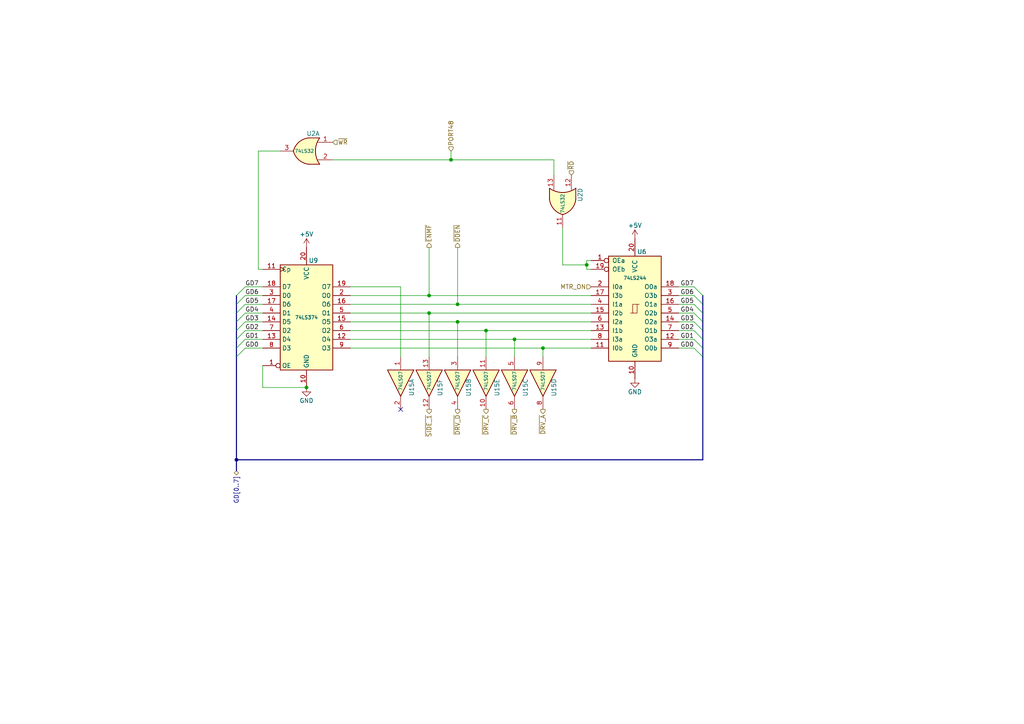
<source format=kicad_sch>
(kicad_sch (version 20230121) (generator eeschema)
  (paper "A4")
  (title_block (title "Sorcerer Dream Disk") (date "2023-12-16") (rev "1.0") (company "Marcel Erz (RetroStack), John Halkiadakis, Michael Borthwick (Exidyboy)") (comment 2 "Reads/Writes gated data when Port 48 is addressed") (comment 4 "Drive Select"))
  (lib_symbols
    (symbol "74xx:74LS07" (pin_names (offset 1.016))
      (property "Reference" "U" (at 0 1.27 0))
      (property "Value" "74LS07" (at 0 -1.27 0))
      (symbol "74LS07_1_0"
        (polyline (pts (xy -3.81 3.81) (xy -3.81 -3.81) (xy 3.81 0) (xy -3.81 3.81)) (stroke (width 0.254)) (fill (type background)))
        (pin input line (at -7.62 0 0) (length 3.81) (name "~") (number "1"))
        (pin open_collector line (at 7.62 0 180) (length 3.81) (name "~") (number "2"))
      )
      (symbol "74LS07_2_0"
        (polyline (pts (xy -3.81 3.81) (xy -3.81 -3.81) (xy 3.81 0) (xy -3.81 3.81)) (stroke (width 0.254)) (fill (type background)))
        (pin input line (at -7.62 0 0) (length 3.81) (name "~") (number "3"))
        (pin open_collector line (at 7.62 0 180) (length 3.81) (name "~") (number "4"))
      )
      (symbol "74LS07_3_0"
        (polyline (pts (xy -3.81 3.81) (xy -3.81 -3.81) (xy 3.81 0) (xy -3.81 3.81)) (stroke (width 0.254)) (fill (type background)))
        (pin input line (at -7.62 0 0) (length 3.81) (name "~") (number "5"))
        (pin open_collector line (at 7.62 0 180) (length 3.81) (name "~") (number "6"))
      )
      (symbol "74LS07_4_0"
        (polyline (pts (xy -3.81 3.81) (xy -3.81 -3.81) (xy 3.81 0) (xy -3.81 3.81)) (stroke (width 0.254)) (fill (type background)))
        (pin open_collector line (at 7.62 0 180) (length 3.81) (name "~") (number "8"))
        (pin input line (at -7.62 0 0) (length 3.81) (name "~") (number "9"))
      )
      (symbol "74LS07_5_0"
        (polyline (pts (xy -3.81 3.81) (xy -3.81 -3.81) (xy 3.81 0) (xy -3.81 3.81)) (stroke (width 0.254)) (fill (type background)))
        (pin open_collector line (at 7.62 0 180) (length 3.81) (name "~") (number "10"))
        (pin input line (at -7.62 0 0) (length 3.81) (name "~") (number "11"))
      )
      (symbol "74LS07_6_0"
        (polyline (pts (xy -3.81 3.81) (xy -3.81 -3.81) (xy 3.81 0) (xy -3.81 3.81)) (stroke (width 0.254)) (fill (type background)))
        (pin open_collector line (at 7.62 0 180) (length 3.81) (name "~") (number "12"))
        (pin input line (at -7.62 0 0) (length 3.81) (name "~") (number "13"))
      )
      (symbol "74LS07_7_0"
        (pin power_in line (at 0 12.7 270) (length 5.08) (name "VCC") (number "14"))
        (pin power_in line (at 0 -12.7 90) (length 5.08) (name "GND") (number "7"))
      )
      (symbol "74LS07_7_1"
        (rectangle (start -5.08 7.62) (end 5.08 -7.62) (stroke (width 0.254)) (fill (type background)))
      )
    )
    (symbol "74xx:74LS244" (pin_names (offset 1.016))
      (property "Reference" "U6" (at 0.635 16.51 0))
      (property "Value" "74LS244" (at 0 8.89 0))
      (symbol "74LS244_1_0"
        (polyline (pts (xy -0.635 -1.27) (xy -0.635 1.27) (xy 0.635 1.27)))
        (polyline (pts (xy -1.27 -1.27) (xy 0.635 -1.27) (xy 0.635 1.27) (xy 1.27 1.27)))
        (pin input inverted (at -12.7 13.97 0) (length 5.08) (name "OEa") (number "1"))
        (pin power_in line (at 0 -20.32 90) (length 5.08) (name "GND") (number "10"))
        (pin input line (at -12.7 -11.43 0) (length 5.08) (name "I0b") (number "11"))
        (pin tri_state line (at 12.7 -8.89 180) (length 5.08) (name "O3a") (number "12"))
        (pin input line (at -12.7 -6.35 0) (length 5.08) (name "I1b") (number "13"))
        (pin tri_state line (at 12.7 -3.81 180) (length 5.08) (name "O2a") (number "14"))
        (pin input line (at -12.7 -1.27 0) (length 5.08) (name "I2b") (number "15"))
        (pin tri_state line (at 12.7 1.27 180) (length 5.08) (name "O1a") (number "16"))
        (pin input line (at -12.7 3.81 0) (length 5.08) (name "I3b") (number "17"))
        (pin tri_state line (at 12.7 6.35 180) (length 5.08) (name "O0a") (number "18"))
        (pin input inverted (at -12.7 11.43 0) (length 5.08) (name "OEb") (number "19"))
        (pin input line (at -12.7 6.35 0) (length 5.08) (name "I0a") (number "2"))
        (pin power_in line (at 0 20.32 270) (length 5.08) (name "VCC") (number "20"))
        (pin tri_state line (at 12.7 3.81 180) (length 5.08) (name "O3b") (number "3"))
        (pin input line (at -12.7 1.27 0) (length 5.08) (name "I1a") (number "4"))
        (pin tri_state line (at 12.7 -1.27 180) (length 5.08) (name "O2b") (number "5"))
        (pin input line (at -12.7 -3.81 0) (length 5.08) (name "I2a") (number "6"))
        (pin tri_state line (at 12.7 -6.35 180) (length 5.08) (name "O1b") (number "7"))
        (pin input line (at -12.7 -8.89 0) (length 5.08) (name "I3a") (number "8"))
        (pin tri_state line (at 12.7 -11.43 180) (length 5.08) (name "O0b") (number "9"))
      )
      (symbol "74LS244_1_1"
        (rectangle (start -7.62 15.24) (end 7.62 -15.24) (stroke (width 0.254)) (fill (type background)))
      )
    )
    (symbol "74xx:74LS32" (pin_names (offset 1.016))
      (property "Reference" "U" (at 0 1.27 0))
      (property "Value" "74LS32" (at 0 -1.27 0))
      (symbol "74LS32_1_1"
        (arc (start -3.81 -3.81) (mid -2.589 0) (end -3.81 3.81) (stroke (width 0.254)))
        (arc (start -0.6096 -3.81) (mid 2.1842 -2.5851) (end 3.81 0) (stroke (width 0.254)) (fill (type background)))
        (polyline (pts (xy -3.81 -3.81) (xy -0.635 -3.81)) (stroke (width 0.254)) (fill (type background)))
        (polyline (pts (xy -3.81 3.81) (xy -0.635 3.81)) (stroke (width 0.254)) (fill (type background)))
        (polyline (pts (xy -0.635 3.81) (xy -3.81 3.81) (xy -3.81 3.81) (xy -3.556 3.4036) (xy -3.0226 2.2606) (xy -2.6924 1.0414) (xy -2.6162 -0.254) (xy -2.7686 -1.4986) (xy -3.175 -2.7178) (xy -3.81 -3.81) (xy -3.81 -3.81) (xy -0.635 -3.81)) (stroke (width -25.4)) (fill (type background)))
        (arc (start 3.81 0) (mid 2.1915 2.5936) (end -0.6096 3.81) (stroke (width 0.254)) (fill (type background)))
        (pin input line (at -7.62 2.54 0) (length 4.318) (name "~") (number "1"))
        (pin input line (at -7.62 -2.54 0) (length 4.318) (name "~") (number "2"))
        (pin output line (at 7.62 0 180) (length 3.81) (name "~") (number "3"))
      )
      (symbol "74LS32_1_2"
        (arc (start 0 -3.81) (mid 3.7934 0) (end 0 3.81) (stroke (width 0.254)) (fill (type background)))
        (polyline (pts (xy 0 3.81) (xy -3.81 3.81) (xy -3.81 -3.81) (xy 0 -3.81)) (stroke (width 0.254)) (fill (type background)))
        (pin input inverted (at -7.62 2.54 0) (length 3.81) (name "~") (number "1"))
        (pin input inverted (at -7.62 -2.54 0) (length 3.81) (name "~") (number "2"))
        (pin output inverted (at 7.62 0 180) (length 3.81) (name "~") (number "3"))
      )
      (symbol "74LS32_2_1"
        (arc (start -3.81 -3.81) (mid -2.589 0) (end -3.81 3.81) (stroke (width 0.254)))
        (arc (start -0.6096 -3.81) (mid 2.1842 -2.5851) (end 3.81 0) (stroke (width 0.254)) (fill (type background)))
        (polyline (pts (xy -3.81 -3.81) (xy -0.635 -3.81)) (stroke (width 0.254)) (fill (type background)))
        (polyline (pts (xy -3.81 3.81) (xy -0.635 3.81)) (stroke (width 0.254)) (fill (type background)))
        (polyline (pts (xy -0.635 3.81) (xy -3.81 3.81) (xy -3.81 3.81) (xy -3.556 3.4036) (xy -3.0226 2.2606) (xy -2.6924 1.0414) (xy -2.6162 -0.254) (xy -2.7686 -1.4986) (xy -3.175 -2.7178) (xy -3.81 -3.81) (xy -3.81 -3.81) (xy -0.635 -3.81)) (stroke (width -25.4)) (fill (type background)))
        (arc (start 3.81 0) (mid 2.1915 2.5936) (end -0.6096 3.81) (stroke (width 0.254)) (fill (type background)))
        (pin input line (at -7.62 2.54 0) (length 4.318) (name "~") (number "4"))
        (pin input line (at -7.62 -2.54 0) (length 4.318) (name "~") (number "5"))
        (pin output line (at 7.62 0 180) (length 3.81) (name "~") (number "6"))
      )
      (symbol "74LS32_2_2"
        (arc (start 0 -3.81) (mid 3.7934 0) (end 0 3.81) (stroke (width 0.254)) (fill (type background)))
        (polyline (pts (xy 0 3.81) (xy -3.81 3.81) (xy -3.81 -3.81) (xy 0 -3.81)) (stroke (width 0.254)) (fill (type background)))
        (pin input inverted (at -7.62 2.54 0) (length 3.81) (name "~") (number "4"))
        (pin input inverted (at -7.62 -2.54 0) (length 3.81) (name "~") (number "5"))
        (pin output inverted (at 7.62 0 180) (length 3.81) (name "~") (number "6"))
      )
      (symbol "74LS32_3_1"
        (arc (start -3.81 -3.81) (mid -2.589 0) (end -3.81 3.81) (stroke (width 0.254)))
        (arc (start -0.6096 -3.81) (mid 2.1842 -2.5851) (end 3.81 0) (stroke (width 0.254)) (fill (type background)))
        (polyline (pts (xy -3.81 -3.81) (xy -0.635 -3.81)) (stroke (width 0.254)) (fill (type background)))
        (polyline (pts (xy -3.81 3.81) (xy -0.635 3.81)) (stroke (width 0.254)) (fill (type background)))
        (polyline (pts (xy -0.635 3.81) (xy -3.81 3.81) (xy -3.81 3.81) (xy -3.556 3.4036) (xy -3.0226 2.2606) (xy -2.6924 1.0414) (xy -2.6162 -0.254) (xy -2.7686 -1.4986) (xy -3.175 -2.7178) (xy -3.81 -3.81) (xy -3.81 -3.81) (xy -0.635 -3.81)) (stroke (width -25.4)) (fill (type background)))
        (arc (start 3.81 0) (mid 2.1915 2.5936) (end -0.6096 3.81) (stroke (width 0.254)) (fill (type background)))
        (pin input line (at -7.62 -2.54 0) (length 4.318) (name "~") (number "10"))
        (pin output line (at 7.62 0 180) (length 3.81) (name "~") (number "8"))
        (pin input line (at -7.62 2.54 0) (length 4.318) (name "~") (number "9"))
      )
      (symbol "74LS32_3_2"
        (arc (start 0 -3.81) (mid 3.7934 0) (end 0 3.81) (stroke (width 0.254)) (fill (type background)))
        (polyline (pts (xy 0 3.81) (xy -3.81 3.81) (xy -3.81 -3.81) (xy 0 -3.81)) (stroke (width 0.254)) (fill (type background)))
        (pin input inverted (at -7.62 -2.54 0) (length 3.81) (name "~") (number "10"))
        (pin output inverted (at 7.62 0 180) (length 3.81) (name "~") (number "8"))
        (pin input inverted (at -7.62 2.54 0) (length 3.81) (name "~") (number "9"))
      )
      (symbol "74LS32_4_1"
        (arc (start -3.81 -3.81) (mid -2.589 0) (end -3.81 3.81) (stroke (width 0.254)))
        (arc (start -0.6096 -3.81) (mid 2.1842 -2.5851) (end 3.81 0) (stroke (width 0.254)) (fill (type background)))
        (polyline (pts (xy -3.81 -3.81) (xy -0.635 -3.81)) (stroke (width 0.254)) (fill (type background)))
        (polyline (pts (xy -3.81 3.81) (xy -0.635 3.81)) (stroke (width 0.254)) (fill (type background)))
        (polyline (pts (xy -0.635 3.81) (xy -3.81 3.81) (xy -3.81 3.81) (xy -3.556 3.4036) (xy -3.0226 2.2606) (xy -2.6924 1.0414) (xy -2.6162 -0.254) (xy -2.7686 -1.4986) (xy -3.175 -2.7178) (xy -3.81 -3.81) (xy -3.81 -3.81) (xy -0.635 -3.81)) (stroke (width -25.4)) (fill (type background)))
        (arc (start 3.81 0) (mid 2.1915 2.5936) (end -0.6096 3.81) (stroke (width 0.254)) (fill (type background)))
        (pin output line (at 7.62 0 180) (length 3.81) (name "~") (number "11"))
        (pin input line (at -7.62 2.54 0) (length 4.318) (name "~") (number "12"))
        (pin input line (at -7.62 -2.54 0) (length 4.318) (name "~") (number "13"))
      )
      (symbol "74LS32_4_2"
        (arc (start 0 -3.81) (mid 3.7934 0) (end 0 3.81) (stroke (width 0.254)) (fill (type background)))
        (polyline (pts (xy 0 3.81) (xy -3.81 3.81) (xy -3.81 -3.81) (xy 0 -3.81)) (stroke (width 0.254)) (fill (type background)))
        (pin output inverted (at 7.62 0 180) (length 3.81) (name "~") (number "11"))
        (pin input inverted (at -7.62 2.54 0) (length 3.81) (name "~") (number "12"))
        (pin input inverted (at -7.62 -2.54 0) (length 3.81) (name "~") (number "13"))
      )
      (symbol "74LS32_5_0"
        (pin power_in line (at 0 12.7 270) (length 5.08) (name "VCC") (number "14"))
        (pin power_in line (at 0 -12.7 90) (length 5.08) (name "GND") (number "7"))
      )
      (symbol "74LS32_5_1"
        (rectangle (start -5.08 7.62) (end 5.08 -7.62) (stroke (width 0.254)) (fill (type background)))
      )
    )
    (symbol "74xx:74LS374"
      (property "Reference" "U9" (at 0.635 16.51 0))
      (property "Value" "74LS374" (at 0 0 0))
      (symbol "74LS374_1_0"
        (pin input inverted (at -12.7 -13.97 0) (length 5.08) (name "OE") (number "1"))
        (pin power_in line (at 0 -20.32 90) (length 5.08) (name "GND") (number "10"))
        (pin input clock (at -12.7 13.97 0) (length 5.08) (name "Cp") (number "11"))
        (pin tri_state line (at 12.7 -6.35 180) (length 5.08) (name "O4") (number "12"))
        (pin input line (at -12.7 -6.35 0) (length 5.08) (name "D4") (number "13"))
        (pin input line (at -12.7 -1.27 0) (length 5.08) (name "D5") (number "14"))
        (pin tri_state line (at 12.7 -1.27 180) (length 5.08) (name "O5") (number "15"))
        (pin tri_state line (at 12.7 3.81 180) (length 5.08) (name "O6") (number "16"))
        (pin input line (at -12.7 3.81 0) (length 5.08) (name "D6") (number "17"))
        (pin input line (at -12.7 8.89 0) (length 5.08) (name "D7") (number "18"))
        (pin tri_state line (at 12.7 8.89 180) (length 5.08) (name "O7") (number "19"))
        (pin tri_state line (at 12.7 6.35 180) (length 5.08) (name "O0") (number "2"))
        (pin power_in line (at 0 20.32 270) (length 5.08) (name "VCC") (number "20"))
        (pin input line (at -12.7 6.35 0) (length 5.08) (name "D0") (number "3"))
        (pin input line (at -12.7 1.27 0) (length 5.08) (name "D1") (number "4"))
        (pin tri_state line (at 12.7 1.27 180) (length 5.08) (name "O1") (number "5"))
        (pin tri_state line (at 12.7 -3.81 180) (length 5.08) (name "O2") (number "6"))
        (pin input line (at -12.7 -3.81 0) (length 5.08) (name "D2") (number "7"))
        (pin input line (at -12.7 -8.89 0) (length 5.08) (name "D3") (number "8"))
        (pin tri_state line (at 12.7 -8.89 180) (length 5.08) (name "O3") (number "9"))
      )
      (symbol "74LS374_1_1"
        (rectangle (start -7.62 15.24) (end 7.62 -15.24) (stroke (width 0.254)) (fill (type background)))
      )
    )
    (symbol "power:+5V" (power) (pin_names (offset 0))
      (property "Value" "+5V" (at 0 3.556 0))
      (symbol "+5V_0_1"
        (polyline (pts (xy -0.762 1.27) (xy 0 2.54)))
        (polyline (pts (xy 0 0) (xy 0 2.54)))
        (polyline (pts (xy 0 2.54) (xy 0.762 1.27)))
      )
      (symbol "+5V_1_1"
        (pin power_in line (at 0 0 90) (length 0) hide (name "+5V") (number "1"))
      )
    )
    (symbol "power:GND" (power) (pin_names (offset 0))
      (property "Value" "GND" (at 0 -3.81 0))
      (symbol "GND_0_1"
        (polyline (pts (xy 0 0) (xy 0 -1.27) (xy 1.27 -1.27) (xy 0 -2.54) (xy -1.27 -1.27) (xy 0 -1.27)))
      )
      (symbol "GND_1_1"
        (pin power_in line (at 0 0 270) (length 0) hide (name "GND") (number "1"))
      )
    )
  )
  (junction (at 68.58 133.35))
  (junction (at 130.81 46.355))
  (junction (at 157.48 100.965))
  (junction (at 124.46 90.805))
  (junction (at 132.715 93.345))
  (junction (at 149.225 98.425))
  (junction (at 170.18 76.835))
  (junction (at 88.9 112.395))
  (junction (at 140.97 95.885))
  (junction (at 124.46 85.725))
  (junction (at 132.715 88.265))
  (no_connect (at 116.205 118.745))
  (bus_entry (at 201.295 88.265) (size 2.54 2.54))
  (bus_entry (at 201.295 90.805) (size 2.54 2.54))
  (bus_entry (at 201.295 95.885) (size 2.54 2.54))
  (bus_entry (at 71.12 85.725) (size -2.54 2.54))
  (bus_entry (at 71.12 100.965) (size -2.54 2.54))
  (bus_entry (at 201.295 93.345) (size 2.54 2.54))
  (bus_entry (at 71.12 90.805) (size -2.54 2.54))
  (bus_entry (at 71.12 88.265) (size -2.54 2.54))
  (bus_entry (at 71.12 98.425) (size -2.54 2.54))
  (bus_entry (at 201.295 98.425) (size 2.54 2.54))
  (bus_entry (at 201.295 100.965) (size 2.54 2.54))
  (bus_entry (at 201.295 83.185) (size 2.54 2.54))
  (bus_entry (at 71.12 93.345) (size -2.54 2.54))
  (bus_entry (at 71.12 83.185) (size -2.54 2.54))
  (bus_entry (at 71.12 95.885) (size -2.54 2.54))
  (bus_entry (at 201.295 85.725) (size 2.54 2.54))
  (wire (pts (xy 101.6 98.425) (xy 149.225 98.425)))
  (bus (pts (xy 203.835 103.505) (xy 203.835 133.35)))
  (bus (pts (xy 203.835 133.35) (xy 68.58 133.35)))
  (wire (pts (xy 116.205 83.185) (xy 101.6 83.185)))
  (wire (pts (xy 163.195 76.835) (xy 170.18 76.835)))
  (bus (pts (xy 68.58 93.345) (xy 68.58 95.885)))
  (bus (pts (xy 68.58 88.265) (xy 68.58 90.805)))
  (wire (pts (xy 170.18 78.105) (xy 170.18 76.835)))
  (wire (pts (xy 196.85 83.185) (xy 201.295 83.185)))
  (wire (pts (xy 96.52 46.355) (xy 130.81 46.355)))
  (bus (pts (xy 203.835 88.265) (xy 203.835 90.805)))
  (wire (pts (xy 163.195 66.04) (xy 163.195 76.835)))
  (wire (pts (xy 196.85 100.965) (xy 201.295 100.965)))
  (wire (pts (xy 140.97 95.885) (xy 171.45 95.885)))
  (bus (pts (xy 203.835 100.965) (xy 203.835 103.505)))
  (wire (pts (xy 196.85 88.265) (xy 201.295 88.265)))
  (wire (pts (xy 116.205 103.505) (xy 116.205 83.185)))
  (wire (pts (xy 196.85 95.885) (xy 201.295 95.885)))
  (wire (pts (xy 76.2 112.395) (xy 88.9 112.395)))
  (bus (pts (xy 203.835 95.885) (xy 203.835 98.425)))
  (bus (pts (xy 68.58 98.425) (xy 68.58 100.965)))
  (bus (pts (xy 68.58 133.35) (xy 68.58 136.525)))
  (wire (pts (xy 196.85 93.345) (xy 201.295 93.345)))
  (wire (pts (xy 81.28 43.815) (xy 74.93 43.815)))
  (wire (pts (xy 170.18 76.835) (xy 170.18 75.565)))
  (bus (pts (xy 203.835 98.425) (xy 203.835 100.965)))
  (wire (pts (xy 196.85 98.425) (xy 201.295 98.425)))
  (wire (pts (xy 160.655 46.355) (xy 160.655 50.8)))
  (bus (pts (xy 68.58 103.505) (xy 68.58 133.35)))
  (wire (pts (xy 124.46 90.805) (xy 171.45 90.805)))
  (wire (pts (xy 124.46 90.805) (xy 124.46 103.505)))
  (wire (pts (xy 71.12 98.425) (xy 76.2 98.425)))
  (wire (pts (xy 74.93 78.105) (xy 76.2 78.105)))
  (wire (pts (xy 132.715 93.345) (xy 132.715 103.505)))
  (wire (pts (xy 196.85 85.725) (xy 201.295 85.725)))
  (wire (pts (xy 149.225 98.425) (xy 171.45 98.425)))
  (wire (pts (xy 130.81 46.355) (xy 160.655 46.355)))
  (wire (pts (xy 157.48 100.965) (xy 157.48 103.505)))
  (wire (pts (xy 101.6 85.725) (xy 124.46 85.725)))
  (wire (pts (xy 71.12 88.265) (xy 76.2 88.265)))
  (wire (pts (xy 157.48 100.965) (xy 171.45 100.965)))
  (wire (pts (xy 71.12 83.185) (xy 76.2 83.185)))
  (wire (pts (xy 71.12 85.725) (xy 76.2 85.725)))
  (wire (pts (xy 140.97 95.885) (xy 140.97 103.505)))
  (bus (pts (xy 68.58 90.805) (xy 68.58 93.345)))
  (bus (pts (xy 68.58 95.885) (xy 68.58 98.425)))
  (wire (pts (xy 149.225 98.425) (xy 149.225 103.505)))
  (wire (pts (xy 101.6 95.885) (xy 140.97 95.885)))
  (wire (pts (xy 132.715 93.345) (xy 171.45 93.345)))
  (wire (pts (xy 101.6 100.965) (xy 157.48 100.965)))
  (wire (pts (xy 101.6 90.805) (xy 124.46 90.805)))
  (bus (pts (xy 203.835 90.805) (xy 203.835 93.345)))
  (bus (pts (xy 68.58 85.725) (xy 68.58 88.265)))
  (wire (pts (xy 196.85 90.805) (xy 201.295 90.805)))
  (wire (pts (xy 124.46 85.725) (xy 171.45 85.725)))
  (wire (pts (xy 71.12 95.885) (xy 76.2 95.885)))
  (wire (pts (xy 76.2 106.045) (xy 76.2 112.395)))
  (bus (pts (xy 203.835 93.345) (xy 203.835 95.885)))
  (wire (pts (xy 71.12 93.345) (xy 76.2 93.345)))
  (wire (pts (xy 74.93 43.815) (xy 74.93 78.105)))
  (wire (pts (xy 171.45 78.105) (xy 170.18 78.105)))
  (bus (pts (xy 203.835 85.725) (xy 203.835 88.265)))
  (bus (pts (xy 68.58 100.965) (xy 68.58 103.505)))
  (wire (pts (xy 71.12 90.805) (xy 76.2 90.805)))
  (wire (pts (xy 124.46 71.755) (xy 124.46 85.725)))
  (wire (pts (xy 101.6 88.265) (xy 132.715 88.265)))
  (wire (pts (xy 71.12 100.965) (xy 76.2 100.965)))
  (wire (pts (xy 130.81 43.815) (xy 130.81 46.355)))
  (wire (pts (xy 132.715 88.265) (xy 171.45 88.265)))
  (wire (pts (xy 101.6 93.345) (xy 132.715 93.345)))
  (wire (pts (xy 132.715 71.755) (xy 132.715 88.265)))
  (wire (pts (xy 170.18 75.565) (xy 171.45 75.565)))
  (label "GD6" (at 201.295 85.725 180))
  (label "GD3" (at 71.12 93.345 0))
  (label "GD5" (at 201.295 88.265 180))
  (label "GD2" (at 201.295 95.885 180))
  (label "GD1" (at 201.295 98.425 180))
  (label "GD0" (at 201.295 100.965 180))
  (label "GD7" (at 71.12 83.185 0))
  (label "GD4" (at 71.12 90.805 0))
  (label "GD0" (at 71.12 100.965 0))
  (label "GD6" (at 71.12 85.725 0))
  (label "GD7" (at 201.295 83.185 180))
  (label "GD5" (at 71.12 88.265 0))
  (label "GD2" (at 71.12 95.885 0))
  (label "GD3" (at 201.295 93.345 180))
  (label "GD4" (at 201.295 90.805 180))
  (label "GD1" (at 71.12 98.425 0))
  (hierarchical_label "~{WR}" (shape input) (at 96.52 41.275 0))
  (hierarchical_label "~{DRV_C}" (shape output) (at 140.97 118.745 270))
  (hierarchical_label "MTR_ON" (shape input) (at 171.45 83.185 180))
  (hierarchical_label "~{DRV_B}" (shape output) (at 149.225 118.745 270))
  (hierarchical_label "~{DRV_D}" (shape output) (at 132.715 118.745 270))
  (hierarchical_label "~{ENMF}" (shape output) (at 124.46 71.755 90))
  (hierarchical_label "~{DRV_A}" (shape output) (at 157.48 118.745 270))
  (hierarchical_label "~{SIDE_1}" (shape output) (at 124.46 118.745 270))
  (hierarchical_label "~{DDEN}" (shape output) (at 132.715 71.755 90))
  (hierarchical_label "GD[0..7]" (shape tri_state) (at 68.58 136.525 270))
  (hierarchical_label "~{RD}" (shape input) (at 165.735 50.8 90))
  (hierarchical_label "PORT48" (shape input) (at 130.81 43.815 90))
  (symbol (lib_id "power:GND") (at 88.9 112.395 0) (unit 1)
    (property "Reference" "#PWR02" (effects hide))
    (property "Value" "GND" (at 88.9 116.205 0))
    (instances (project "Sorcerer_DreamDisk" (path "" (reference "#PWR02") (unit 1)) (path "" (reference "#PWR03") (unit 1))))
  )
  (symbol (lib_id "power:+5V") (at 88.9 71.755 0) (unit 1)
    (property "Reference" "#PWR04" (effects hide))
    (property "Value" "+5V" (at 88.9 67.945 0))
    (instances (project "Sorcerer_DreamDisk" (path "" (reference "#PWR04") (unit 1)) (path "" (reference "#PWR02") (unit 1))))
  )
  (symbol (lib_id "power:+5V") (at 184.15 69.215 0) (unit 1)
    (property "Reference" "#PWR05" (effects hide))
    (property "Value" "+5V" (at 184.15 65.405 0))
    (instances (project "Sorcerer_DreamDisk" (path "" (reference "#PWR05") (unit 1)) (path "" (reference "#PWR04") (unit 1))))
  )
  (symbol (lib_id "74xx:74LS07") (at 116.205 111.125 270) (unit 1)
    (property "Reference" "U15" (at 119.38 112.395 0))
    (property "Value" "74LS07" (at 116.205 110.49 0) (effects (font (size 1 1))))
    (property "Footprint" "Package_DIP:DIP-14_W7.62mm" (effects hide))
    (property "Datasheet" "www.ti.com/lit/ds/symlink/sn74ls07.pdf" (effects hide))
  )
  (symbol (lib_id "74xx:74LS07") (at 132.715 111.125 270) (unit 2)
    (property "Reference" "U15" (at 135.89 112.395 0))
    (property "Value" "74LS07" (at 132.715 110.49 0) (effects (font (size 1 1))))
    (property "Footprint" "Package_DIP:DIP-14_W7.62mm" (effects hide))
    (property "Datasheet" "www.ti.com/lit/ds/symlink/sn74ls07.pdf" (effects hide))
  )
  (symbol (lib_id "74xx:74LS244") (at 184.15 89.535 0) (unit 1)
    (property "Reference" "U6" (at 184.785 73.025 0) (effects (justify left)))
    (property "Value" "74LS244" (at 184.15 80.645 0) (effects (font (size 1 1))))
    (property "Footprint" "Package_DIP:DIP-20_W7.62mm" (effects hide))
    (property "Datasheet" "http://www.ti.com/lit/ds/symlink/sn74ls244.pdf" (effects hide))
  )
  (symbol (lib_id "74xx:74LS32") (at 163.195 58.42 270) (unit 4)
    (property "Reference" "U2" (at 168.275 56.515 0))
    (property "Value" "74LS32" (at 163.195 59.055 0) (effects (font (size 1 1))))
    (property "Footprint" "Package_DIP:DIP-14_W7.62mm" (effects hide))
    (property "Datasheet" "http://www.ti.com/lit/gpn/sn74LS32" (effects hide))
  )
  (symbol (lib_id "74xx:74LS07") (at 140.97 111.125 270) (unit 5)
    (property "Reference" "U15" (at 144.145 112.395 0))
    (property "Value" "74LS07" (at 140.97 110.49 0) (effects (font (size 1 1))))
    (property "Footprint" "Package_DIP:DIP-14_W7.62mm" (effects hide))
    (property "Datasheet" "www.ti.com/lit/ds/symlink/sn74ls07.pdf" (effects hide))
  )
  (symbol (lib_id "power:GND") (at 184.15 109.855 0) (unit 1)
    (property "Reference" "#PWR03" (effects hide))
    (property "Value" "GND" (at 184.15 113.665 0))
    (instances (project "Sorcerer_DreamDisk" (path "" (reference "#PWR03") (unit 1)) (path "" (reference "#PWR05") (unit 1))))
  )
  (symbol (lib_id "74xx:74LS07") (at 157.48 111.125 270) (unit 4)
    (property "Reference" "U15" (at 160.655 112.395 0))
    (property "Value" "74LS07" (at 157.48 110.49 0) (effects (font (size 1 1))))
    (property "Footprint" "Package_DIP:DIP-14_W7.62mm" (effects hide))
    (property "Datasheet" "www.ti.com/lit/ds/symlink/sn74ls07.pdf" (effects hide))
  )
  (symbol (lib_id "74xx:74LS07") (at 149.225 111.125 270) (unit 3)
    (property "Reference" "U15" (at 152.4 112.395 0))
    (property "Value" "74LS07" (at 149.225 110.49 0) (effects (font (size 1 1))))
    (property "Footprint" "Package_DIP:DIP-14_W7.62mm" (effects hide))
    (property "Datasheet" "www.ti.com/lit/ds/symlink/sn74ls07.pdf" (effects hide))
  )
  (symbol (lib_id "74xx:74LS374") (at 88.9 92.075 0) (unit 1)
    (property "Reference" "U9" (at 89.535 75.565 0) (effects (justify left)))
    (property "Value" "74LS374" (at 88.9 92.075 0) (effects (font (size 1 1))))
    (property "Footprint" "Package_DIP:DIP-20_W7.62mm" (effects hide))
    (property "Datasheet" "http://www.ti.com/lit/gpn/sn74LS374" (effects hide))
  )
  (symbol (lib_id "74xx:74LS07") (at 124.46 111.125 270) (unit 6)
    (property "Reference" "U15" (at 127.635 112.395 0))
    (property "Value" "74LS07" (at 124.46 110.49 0) (effects (font (size 1 1))))
    (property "Footprint" "Package_DIP:DIP-14_W7.62mm" (effects hide))
    (property "Datasheet" "www.ti.com/lit/ds/symlink/sn74ls07.pdf" (effects hide))
  )
  (symbol (lib_id "74xx:74LS32") (at 88.9 43.815 0) (mirror y) (unit 1)
    (property "Reference" "U2" (at 90.805 38.735 0))
    (property "Value" "74LS32" (at 88.265 43.815 0) (effects (font (size 1 1))))
    (property "Footprint" "Package_DIP:DIP-14_W7.62mm" (effects hide))
    (property "Datasheet" "http://www.ti.com/lit/gpn/sn74LS32" (effects hide))
  )
)
</source>
